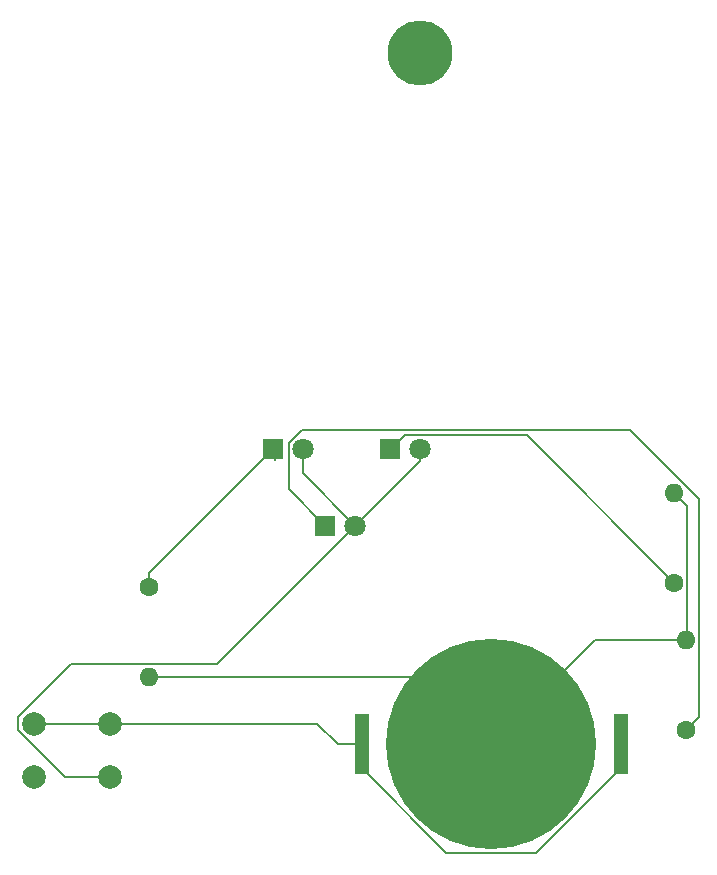
<source format=gbl>
G04 #@! TF.GenerationSoftware,KiCad,Pcbnew,8.0.6*
G04 #@! TF.CreationDate,2025-05-21T14:19:44-04:00*
G04 #@! TF.ProjectId,DJUNGELSKOG Keychain,444a554e-4745-44c5-934b-4f47204b6579,rev?*
G04 #@! TF.SameCoordinates,Original*
G04 #@! TF.FileFunction,Copper,L2,Bot*
G04 #@! TF.FilePolarity,Positive*
%FSLAX46Y46*%
G04 Gerber Fmt 4.6, Leading zero omitted, Abs format (unit mm)*
G04 Created by KiCad (PCBNEW 8.0.6) date 2025-05-21 14:19:44*
%MOMM*%
%LPD*%
G01*
G04 APERTURE LIST*
G04 #@! TA.AperFunction,ComponentPad*
%ADD10R,1.800000X1.800000*%
G04 #@! TD*
G04 #@! TA.AperFunction,ComponentPad*
%ADD11C,1.800000*%
G04 #@! TD*
G04 #@! TA.AperFunction,ComponentPad*
%ADD12C,2.000000*%
G04 #@! TD*
G04 #@! TA.AperFunction,ComponentPad*
%ADD13C,1.600000*%
G04 #@! TD*
G04 #@! TA.AperFunction,ComponentPad*
%ADD14O,1.600000X1.600000*%
G04 #@! TD*
G04 #@! TA.AperFunction,SMDPad,CuDef*
%ADD15R,1.270000X5.080000*%
G04 #@! TD*
G04 #@! TA.AperFunction,SMDPad,CuDef*
%ADD16C,17.800000*%
G04 #@! TD*
G04 #@! TA.AperFunction,ViaPad*
%ADD17C,5.500000*%
G04 #@! TD*
G04 #@! TA.AperFunction,Conductor*
%ADD18C,0.200000*%
G04 #@! TD*
G04 APERTURE END LIST*
D10*
G04 #@! TO.P,D2,1,K*
G04 #@! TO.N,Net-(D2-K)*
X137960000Y-101500000D03*
D11*
G04 #@! TO.P,D2,2,A*
G04 #@! TO.N,Net-(D1-A)*
X140500000Y-101500000D03*
G04 #@! TD*
D10*
G04 #@! TO.P,.,1,K*
G04 #@! TO.N,Net-(D1-K)*
X133500000Y-95000000D03*
D11*
G04 #@! TO.P,.,2,A*
G04 #@! TO.N,Net-(D1-A)*
X136040000Y-95000000D03*
G04 #@! TD*
D10*
G04 #@! TO.P,.,1,K*
G04 #@! TO.N,Net-(D3-K)*
X143460000Y-95000000D03*
D11*
G04 #@! TO.P,.,2,A*
G04 #@! TO.N,Net-(D1-A)*
X146000000Y-95000000D03*
G04 #@! TD*
D12*
G04 #@! TO.P,SW1,1,1*
G04 #@! TO.N,Net-(BT1-+)*
X119750000Y-118250000D03*
X113250000Y-118250000D03*
G04 #@! TO.P,SW1,2,2*
G04 #@! TO.N,Net-(D1-A)*
X119750000Y-122750000D03*
X113250000Y-122750000D03*
G04 #@! TD*
D13*
G04 #@! TO.P,R1,1*
G04 #@! TO.N,Net-(D1-K)*
X123000000Y-106690000D03*
D14*
G04 #@! TO.P,R1,2*
G04 #@! TO.N,Net-(BT1--)*
X123000000Y-114310000D03*
G04 #@! TD*
D13*
G04 #@! TO.P,R2,1*
G04 #@! TO.N,Net-(D2-K)*
X168500000Y-118810000D03*
D14*
G04 #@! TO.P,R2,2*
G04 #@! TO.N,Net-(BT1--)*
X168500000Y-111190000D03*
G04 #@! TD*
D13*
G04 #@! TO.P,R3,1*
G04 #@! TO.N,Net-(D3-K)*
X167500000Y-106310000D03*
D14*
G04 #@! TO.P,R3,2*
G04 #@! TO.N,Net-(BT1--)*
X167500000Y-98690000D03*
G04 #@! TD*
D15*
G04 #@! TO.P,BT1,1,+*
G04 #@! TO.N,Net-(BT1-+)*
X162985000Y-120000000D03*
X141015000Y-120000000D03*
D16*
G04 #@! TO.P,BT1,2,-*
G04 #@! TO.N,Net-(BT1--)*
X152000000Y-120000000D03*
G04 #@! TD*
D17*
G04 #@! TO.N,*
X146000000Y-61500000D03*
G04 #@! TD*
D18*
G04 #@! TO.N,Net-(BT1-+)*
X155810765Y-129200000D02*
X162985000Y-122025765D01*
X137239235Y-118250000D02*
X138989235Y-120000000D01*
X119750000Y-118250000D02*
X113250000Y-118250000D01*
X141015000Y-122025765D02*
X148189235Y-129200000D01*
X148189235Y-129200000D02*
X155810765Y-129200000D01*
X119750000Y-118250000D02*
X137239235Y-118250000D01*
X141015000Y-120000000D02*
X141015000Y-122025765D01*
X138989235Y-120000000D02*
X141015000Y-120000000D01*
X162985000Y-122025765D02*
X162985000Y-120000000D01*
G04 #@! TO.N,Net-(BT1--)*
X146310000Y-114310000D02*
X152000000Y-120000000D01*
X123000000Y-114310000D02*
X146310000Y-114310000D01*
X168600000Y-99790000D02*
X168600000Y-111090000D01*
X168500000Y-111190000D02*
X160810000Y-111190000D01*
X160810000Y-111190000D02*
X152000000Y-120000000D01*
X167500000Y-98690000D02*
X168600000Y-99790000D01*
X155365635Y-120000000D02*
X152000000Y-120000000D01*
X168600000Y-111090000D02*
X168500000Y-111190000D01*
G04 #@! TO.N,Net-(D1-A)*
X115911522Y-122750000D02*
X111950000Y-118788478D01*
X111950000Y-118788478D02*
X111950000Y-117711522D01*
X136040000Y-97040000D02*
X140500000Y-101500000D01*
X111950000Y-117711522D02*
X116451522Y-113210000D01*
X146000000Y-95000000D02*
X146000000Y-96000000D01*
X119750000Y-122750000D02*
X115911522Y-122750000D01*
X136040000Y-95000000D02*
X136040000Y-97040000D01*
X116451522Y-113210000D02*
X128790000Y-113210000D01*
X146000000Y-96000000D02*
X140500000Y-101500000D01*
X128790000Y-113210000D02*
X140500000Y-101500000D01*
G04 #@! TO.N,Net-(D1-K)*
X123000000Y-106690000D02*
X123000000Y-105500000D01*
X133725000Y-95965000D02*
X133725000Y-95000000D01*
X123000000Y-105500000D02*
X133500000Y-95000000D01*
G04 #@! TO.N,Net-(D2-K)*
X134840000Y-98380000D02*
X134840000Y-94502943D01*
X169600000Y-99234365D02*
X169600000Y-117710000D01*
X169600000Y-117710000D02*
X168500000Y-118810000D01*
X163765635Y-93400000D02*
X169600000Y-99234365D01*
X134840000Y-94502943D02*
X135942943Y-93400000D01*
X137960000Y-101500000D02*
X134840000Y-98380000D01*
X135942943Y-93400000D02*
X163765635Y-93400000D01*
G04 #@! TO.N,Net-(D3-K)*
X144660000Y-93800000D02*
X154990000Y-93800000D01*
X154990000Y-93800000D02*
X167500000Y-106310000D01*
X143460000Y-95000000D02*
X144660000Y-93800000D01*
G04 #@! TD*
M02*

</source>
